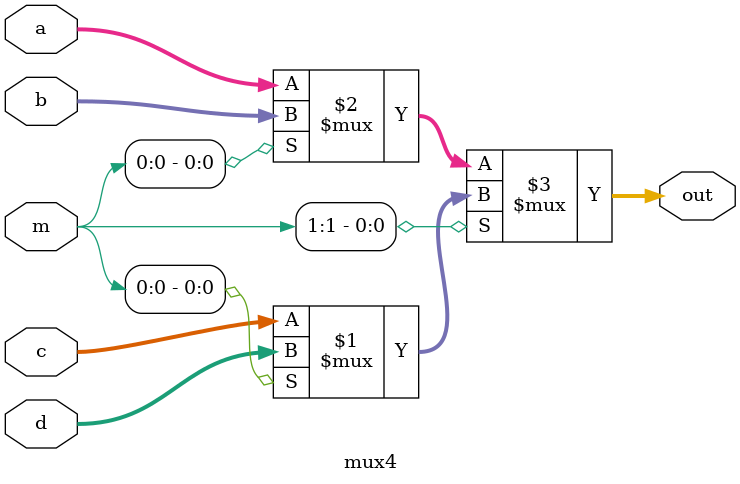
<source format=v>
`timescale 1ns / 1ps


module mux4
    #(parameter N = 32) 	    //Êý¾Ý¿í¶È
    (output [N-1:0] out,        //Êä³ö
    input [1:0] m,              //Ñ¡ÔñÐÅºÅ                     
    input [N-1:0] a, b, c, d    //ÊäÈë
    );
    
    assign out = m[1]? (m[0]? d : c) : (m[0]? b : a);
endmodule

</source>
